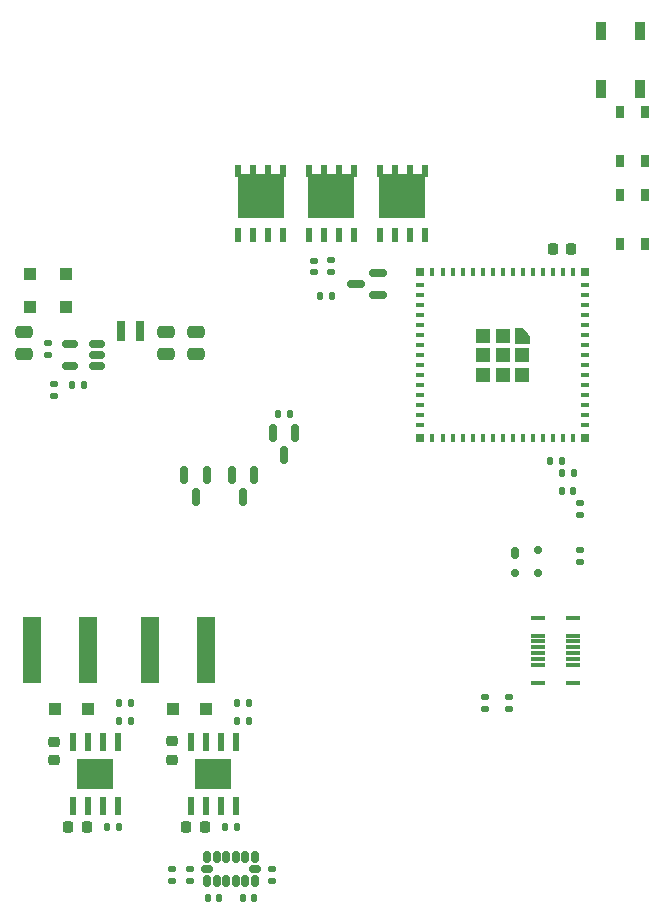
<source format=gbr>
%TF.GenerationSoftware,KiCad,Pcbnew,8.0.2-1*%
%TF.CreationDate,2024-11-11T16:17:41-08:00*%
%TF.ProjectId,Main_Board_V2,4d61696e-5f42-46f6-9172-645f56322e6b,rev?*%
%TF.SameCoordinates,Original*%
%TF.FileFunction,Paste,Top*%
%TF.FilePolarity,Positive*%
%FSLAX46Y46*%
G04 Gerber Fmt 4.6, Leading zero omitted, Abs format (unit mm)*
G04 Created by KiCad (PCBNEW 8.0.2-1) date 2024-11-11 16:17:41*
%MOMM*%
%LPD*%
G01*
G04 APERTURE LIST*
G04 Aperture macros list*
%AMRoundRect*
0 Rectangle with rounded corners*
0 $1 Rounding radius*
0 $2 $3 $4 $5 $6 $7 $8 $9 X,Y pos of 4 corners*
0 Add a 4 corners polygon primitive as box body*
4,1,4,$2,$3,$4,$5,$6,$7,$8,$9,$2,$3,0*
0 Add four circle primitives for the rounded corners*
1,1,$1+$1,$2,$3*
1,1,$1+$1,$4,$5*
1,1,$1+$1,$6,$7*
1,1,$1+$1,$8,$9*
0 Add four rect primitives between the rounded corners*
20,1,$1+$1,$2,$3,$4,$5,0*
20,1,$1+$1,$4,$5,$6,$7,0*
20,1,$1+$1,$6,$7,$8,$9,0*
20,1,$1+$1,$8,$9,$2,$3,0*%
G04 Aperture macros list end*
%ADD10C,0.010000*%
%ADD11RoundRect,0.135000X0.135000X0.185000X-0.135000X0.185000X-0.135000X-0.185000X0.135000X-0.185000X0*%
%ADD12RoundRect,0.250000X-0.475000X0.250000X-0.475000X-0.250000X0.475000X-0.250000X0.475000X0.250000X0*%
%ADD13R,0.400000X0.800000*%
%ADD14R,0.800000X0.400000*%
%ADD15R,1.200000X1.200000*%
%ADD16R,0.800000X0.800000*%
%ADD17RoundRect,0.135000X0.185000X-0.135000X0.185000X0.135000X-0.185000X0.135000X-0.185000X-0.135000X0*%
%ADD18RoundRect,0.135000X-0.135000X-0.185000X0.135000X-0.185000X0.135000X0.185000X-0.135000X0.185000X0*%
%ADD19RoundRect,0.150000X0.587500X0.150000X-0.587500X0.150000X-0.587500X-0.150000X0.587500X-0.150000X0*%
%ADD20RoundRect,0.150000X0.512500X0.150000X-0.512500X0.150000X-0.512500X-0.150000X0.512500X-0.150000X0*%
%ADD21RoundRect,0.140000X0.140000X0.170000X-0.140000X0.170000X-0.140000X-0.170000X0.140000X-0.170000X0*%
%ADD22RoundRect,0.225000X-0.250000X0.225000X-0.250000X-0.225000X0.250000X-0.225000X0.250000X0.225000X0*%
%ADD23RoundRect,0.225000X-0.225000X-0.250000X0.225000X-0.250000X0.225000X0.250000X-0.225000X0.250000X0*%
%ADD24RoundRect,0.135000X-0.185000X0.135000X-0.185000X-0.135000X0.185000X-0.135000X0.185000X0.135000X0*%
%ADD25R,1.600000X5.700000*%
%ADD26RoundRect,0.140000X-0.170000X0.140000X-0.170000X-0.140000X0.170000X-0.140000X0.170000X0.140000X0*%
%ADD27RoundRect,0.250000X0.300000X-0.300000X0.300000X0.300000X-0.300000X0.300000X-0.300000X-0.300000X0*%
%ADD28R,0.610000X1.270000*%
%ADD29R,3.910000X3.810000*%
%ADD30R,0.610000X1.020000*%
%ADD31R,1.150000X0.300000*%
%ADD32R,0.900000X1.500000*%
%ADD33RoundRect,0.175000X-0.175000X-0.325000X0.175000X-0.325000X0.175000X0.325000X-0.175000X0.325000X0*%
%ADD34RoundRect,0.150000X-0.200000X-0.150000X0.200000X-0.150000X0.200000X0.150000X-0.200000X0.150000X0*%
%ADD35RoundRect,0.150000X-0.150000X0.587500X-0.150000X-0.587500X0.150000X-0.587500X0.150000X0.587500X0*%
%ADD36RoundRect,0.150000X0.150000X-0.325000X0.150000X0.325000X-0.150000X0.325000X-0.150000X-0.325000X0*%
%ADD37RoundRect,0.150000X0.325000X-0.150000X0.325000X0.150000X-0.325000X0.150000X-0.325000X-0.150000X0*%
%ADD38R,0.600000X1.550000*%
%ADD39R,3.100000X2.600000*%
%ADD40RoundRect,0.140000X-0.140000X-0.170000X0.140000X-0.170000X0.140000X0.170000X-0.140000X0.170000X0*%
%ADD41R,0.650000X1.050000*%
%ADD42R,0.800000X1.700000*%
%ADD43RoundRect,0.250000X-0.300000X-0.300000X0.300000X-0.300000X0.300000X0.300000X-0.300000X0.300000X0*%
G04 APERTURE END LIST*
D10*
%TO.C,U1*%
X144250000Y-75850000D02*
X144250000Y-76450000D01*
X143050000Y-76450000D01*
X143050000Y-75250000D01*
X143650000Y-75250000D01*
X144250000Y-75850000D01*
G36*
X144250000Y-75850000D02*
G01*
X144250000Y-76450000D01*
X143050000Y-76450000D01*
X143050000Y-75250000D01*
X143650000Y-75250000D01*
X144250000Y-75850000D01*
G37*
%TD*%
D11*
%TO.C,R25*%
X127510000Y-72500000D03*
X126490000Y-72500000D03*
%TD*%
D12*
%TO.C,C6*%
X116000000Y-75550000D03*
X116000000Y-77450000D03*
%TD*%
D13*
%TO.C,U1*%
X147950000Y-70500000D03*
X147100000Y-70500000D03*
X146250000Y-70500000D03*
X145400000Y-70500000D03*
X144550000Y-70500000D03*
X143700000Y-70500000D03*
X142850000Y-70500000D03*
X142000000Y-70500000D03*
X141150000Y-70500000D03*
X140300000Y-70500000D03*
X139450000Y-70500000D03*
X138600000Y-70500000D03*
X137750000Y-70500000D03*
X136900000Y-70500000D03*
X136050000Y-70500000D03*
D14*
X135000000Y-71550000D03*
X135000000Y-72400000D03*
X135000000Y-73250000D03*
X135000000Y-74100000D03*
X135000000Y-74950000D03*
X135000000Y-75800000D03*
X135000000Y-76650000D03*
X135000000Y-77500000D03*
X135000000Y-78350000D03*
X135000000Y-79200000D03*
X135000000Y-80050000D03*
X135000000Y-80900000D03*
X135000000Y-81750000D03*
X135000000Y-82600000D03*
X135000000Y-83450000D03*
D13*
X136050000Y-84500000D03*
X136900000Y-84500000D03*
X137750000Y-84500000D03*
X138600000Y-84500000D03*
X139450000Y-84500000D03*
X140300000Y-84500000D03*
X141150000Y-84500000D03*
X142000000Y-84500000D03*
X142850000Y-84500000D03*
X143700000Y-84500000D03*
X144550000Y-84500000D03*
X145400000Y-84500000D03*
X146250000Y-84500000D03*
X147100000Y-84500000D03*
X147950000Y-84500000D03*
D14*
X149000000Y-83450000D03*
X149000000Y-82600000D03*
X149000000Y-81750000D03*
X149000000Y-80900000D03*
X149000000Y-80050000D03*
X149000000Y-79200000D03*
X149000000Y-78350000D03*
X149000000Y-77500000D03*
X149000000Y-76650000D03*
X149000000Y-75800000D03*
X149000000Y-74950000D03*
X149000000Y-74100000D03*
X149000000Y-73250000D03*
X149000000Y-72400000D03*
X149000000Y-71550000D03*
D15*
X142000000Y-77500000D03*
X143650000Y-77500000D03*
X143650000Y-79150000D03*
X142000000Y-79150000D03*
X140350000Y-79150000D03*
X140350000Y-77500000D03*
X140350000Y-75850000D03*
X142000000Y-75850000D03*
D16*
X149000000Y-70500000D03*
X135000000Y-70500000D03*
X135000000Y-84500000D03*
X149000000Y-84500000D03*
%TD*%
D17*
%TO.C,R2*%
X148500000Y-95010000D03*
X148500000Y-93990000D03*
%TD*%
D18*
%TO.C,R4*%
X105490000Y-80000000D03*
X106510000Y-80000000D03*
%TD*%
D19*
%TO.C,Q9*%
X131437500Y-72450000D03*
X131437500Y-70550000D03*
X129562500Y-71500000D03*
%TD*%
D20*
%TO.C,U2*%
X107637500Y-78450000D03*
X107637500Y-77500000D03*
X107637500Y-76550000D03*
X105362500Y-76550000D03*
X105362500Y-78450000D03*
%TD*%
D21*
%TO.C,C3*%
X146980000Y-86500000D03*
X146020000Y-86500000D03*
%TD*%
D11*
%TO.C,R19*%
X120520000Y-108500000D03*
X119500000Y-108500000D03*
%TD*%
%TO.C,R17*%
X110500000Y-108500000D03*
X109480000Y-108500000D03*
%TD*%
D22*
%TO.C,C14*%
X114000000Y-110205000D03*
X114000000Y-111755000D03*
%TD*%
D23*
%TO.C,C11*%
X105225000Y-117500000D03*
X106775000Y-117500000D03*
%TD*%
D24*
%TO.C,R26*%
X127500000Y-69490000D03*
X127500000Y-70510000D03*
%TD*%
D25*
%TO.C,L3*%
X112150000Y-102500000D03*
X116850000Y-102500000D03*
%TD*%
D26*
%TO.C,C5*%
X103500000Y-76520000D03*
X103500000Y-77480000D03*
%TD*%
D21*
%TO.C,C1*%
X147980000Y-89000000D03*
X147020000Y-89000000D03*
%TD*%
D27*
%TO.C,D2*%
X105000000Y-73400000D03*
X105000000Y-70600000D03*
%TD*%
D28*
%TO.C,Q10*%
X131595000Y-67360000D03*
X132865000Y-67360000D03*
X134135000Y-67360000D03*
X135405000Y-67360000D03*
D29*
X133500000Y-64000000D03*
D30*
X131595000Y-61895000D03*
X132865000Y-61895000D03*
X134135000Y-61895000D03*
X135405000Y-61895000D03*
%TD*%
D31*
%TO.C,J13*%
X145015000Y-105250000D03*
X145015000Y-103750000D03*
X145015000Y-103250000D03*
X145015000Y-102750000D03*
X145015000Y-102250000D03*
X145015000Y-101750000D03*
X145015000Y-101250000D03*
X145015000Y-99750000D03*
X147985000Y-99750000D03*
X147985000Y-101250000D03*
X147985000Y-101750000D03*
X147985000Y-102250000D03*
X147985000Y-102750000D03*
X147985000Y-103250000D03*
X147985000Y-103750000D03*
X147985000Y-105250000D03*
%TD*%
D17*
%TO.C,R8*%
X122500000Y-122010000D03*
X122500000Y-120990000D03*
%TD*%
D32*
%TO.C,U3*%
X153650000Y-50050000D03*
X150350000Y-50050000D03*
X150350000Y-54950000D03*
X153650000Y-54950000D03*
%TD*%
D23*
%TO.C,C13*%
X115205000Y-117500000D03*
X116755000Y-117500000D03*
%TD*%
D33*
%TO.C,D5*%
X143000000Y-94250000D03*
D34*
X143000000Y-95950000D03*
X145000000Y-95950000D03*
X145000000Y-94050000D03*
%TD*%
D12*
%TO.C,C7*%
X113500000Y-75550000D03*
X113500000Y-77450000D03*
%TD*%
D35*
%TO.C,Q8*%
X124450000Y-84062500D03*
X122550000Y-84062500D03*
X123500000Y-85937500D03*
%TD*%
D27*
%TO.C,D1*%
X102000000Y-73400000D03*
X102000000Y-70600000D03*
%TD*%
D24*
%TO.C,R11*%
X140500000Y-106490000D03*
X140500000Y-107510000D03*
%TD*%
D21*
%TO.C,C8*%
X120980000Y-123500000D03*
X120020000Y-123500000D03*
%TD*%
D36*
%TO.C,U4*%
X117000000Y-122000000D03*
X117800000Y-122000000D03*
X118600000Y-122000000D03*
X119400000Y-122000000D03*
X120200000Y-122000000D03*
X121000000Y-122000000D03*
D37*
X121000000Y-121000000D03*
D36*
X121000000Y-120000000D03*
X120200000Y-120000000D03*
X119400000Y-120000000D03*
X118600000Y-120000000D03*
X117800000Y-120000000D03*
X117000000Y-120000000D03*
D37*
X117000000Y-121000000D03*
%TD*%
D12*
%TO.C,C4*%
X101500000Y-75550000D03*
X101500000Y-77450000D03*
%TD*%
D38*
%TO.C,U8*%
X115595000Y-115700000D03*
X116865000Y-115700000D03*
X118135000Y-115700000D03*
X119405000Y-115700000D03*
X119405000Y-110300000D03*
X118135000Y-110300000D03*
X116865000Y-110300000D03*
X115595000Y-110300000D03*
D39*
X117500000Y-113000000D03*
%TD*%
D24*
%TO.C,R12*%
X142500000Y-106490000D03*
X142500000Y-107510000D03*
%TD*%
D40*
%TO.C,C10*%
X117020000Y-123500000D03*
X117980000Y-123500000D03*
%TD*%
D11*
%TO.C,R18*%
X119500000Y-117500000D03*
X118480000Y-117500000D03*
%TD*%
D18*
%TO.C,R5*%
X146990000Y-87500000D03*
X148010000Y-87500000D03*
%TD*%
D17*
%TO.C,R9*%
X115500000Y-122010000D03*
X115500000Y-120990000D03*
%TD*%
%TO.C,R1*%
X148500000Y-91010000D03*
X148500000Y-89990000D03*
%TD*%
D26*
%TO.C,C15*%
X126000000Y-69520000D03*
X126000000Y-70480000D03*
%TD*%
D41*
%TO.C,SW1*%
X151925000Y-61075000D03*
X151925000Y-56925000D03*
X154075000Y-61075000D03*
X154075000Y-56950000D03*
%TD*%
D38*
%TO.C,U7*%
X105595000Y-115700000D03*
X106865000Y-115700000D03*
X108135000Y-115700000D03*
X109405000Y-115700000D03*
X109405000Y-110300000D03*
X108135000Y-110300000D03*
X106865000Y-110300000D03*
X105595000Y-110300000D03*
D39*
X107500000Y-113000000D03*
%TD*%
D42*
%TO.C,L1*%
X109700000Y-75500000D03*
X111300000Y-75500000D03*
%TD*%
D22*
%TO.C,C12*%
X104000000Y-110225000D03*
X104000000Y-111775000D03*
%TD*%
D23*
%TO.C,C2*%
X146225000Y-68500000D03*
X147775000Y-68500000D03*
%TD*%
D11*
%TO.C,R20*%
X124010000Y-82500000D03*
X122990000Y-82500000D03*
%TD*%
D35*
%TO.C,Q1*%
X120950000Y-87625000D03*
X119050000Y-87625000D03*
X120000000Y-89500000D03*
%TD*%
D41*
%TO.C,SW3*%
X151925000Y-68075000D03*
X151925000Y-63925000D03*
X154075000Y-68075000D03*
X154075000Y-63950000D03*
%TD*%
D11*
%TO.C,R16*%
X109510000Y-117500000D03*
X108490000Y-117500000D03*
%TD*%
D18*
%TO.C,R6*%
X109490000Y-107000000D03*
X110510000Y-107000000D03*
%TD*%
D35*
%TO.C,Q2*%
X116950000Y-87625000D03*
X115050000Y-87625000D03*
X116000000Y-89500000D03*
%TD*%
D17*
%TO.C,R3*%
X104000000Y-81010000D03*
X104000000Y-79990000D03*
%TD*%
D18*
%TO.C,R7*%
X119490000Y-107000000D03*
X120510000Y-107000000D03*
%TD*%
D17*
%TO.C,R10*%
X114000000Y-122010000D03*
X114000000Y-120990000D03*
%TD*%
D28*
%TO.C,Q4*%
X125595000Y-67360000D03*
X126865000Y-67360000D03*
X128135000Y-67360000D03*
X129405000Y-67360000D03*
D29*
X127500000Y-64000000D03*
D30*
X125595000Y-61895000D03*
X126865000Y-61895000D03*
X128135000Y-61895000D03*
X129405000Y-61895000D03*
%TD*%
D43*
%TO.C,D4*%
X114100000Y-107500000D03*
X116900000Y-107500000D03*
%TD*%
%TO.C,D3*%
X104100000Y-107500000D03*
X106900000Y-107500000D03*
%TD*%
D28*
%TO.C,Q3*%
X119595000Y-67360000D03*
X120865000Y-67360000D03*
X122135000Y-67360000D03*
X123405000Y-67360000D03*
D29*
X121500000Y-64000000D03*
D30*
X119595000Y-61895000D03*
X120865000Y-61895000D03*
X122135000Y-61895000D03*
X123405000Y-61895000D03*
%TD*%
D25*
%TO.C,L2*%
X102150000Y-102500000D03*
X106850000Y-102500000D03*
%TD*%
M02*

</source>
